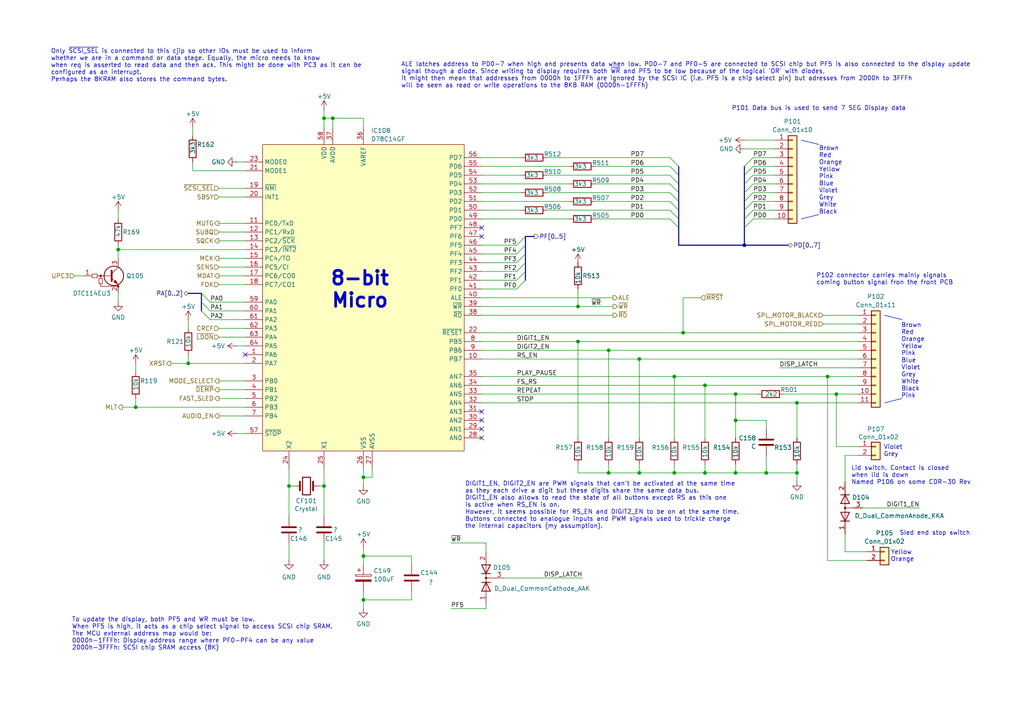
<source format=kicad_sch>
(kicad_sch (version 20231120) (generator "eeschema") (generator_version "8.0")
  (paper "A4")
  (title_block (title "PC-Engine CDR-30A (CD-ROM2) Schematics - MAIN PWR") (date "2024-07-19") (rev "0.2") (company "Author: Regis Galland"))
  (lib_symbols
    (symbol "Connector_Generic:Conn_01x02" (pin_names (offset 1.016) hide)
      (property "Reference" "J" (at 0 2.54 0))
      (property "Value" "Conn_01x02" (at 0 -5.08 0))
      (symbol "Conn_01x02_1_1"
        (rectangle (start -1.27 -2.413) (end 0 -2.667) (stroke (width 0.1524)))
        (rectangle (start -1.27 0.127) (end 0 -0.127) (stroke (width 0.1524)))
        (rectangle (start -1.27 1.27) (end 1.27 -3.81) (stroke (width 0.254)) (fill (type background)))
        (pin passive line (at -5.08 0 0) (length 3.81) (name "Pin_1") (number "1"))
        (pin passive line (at -5.08 -2.54 0) (length 3.81) (name "Pin_2") (number "2"))
      )
    )
    (symbol "Connector_Generic:Conn_01x10" (pin_names (offset 1.016) hide)
      (property "Reference" "J" (at 0 12.7 0))
      (property "Value" "Conn_01x10" (at 0 -15.24 0))
      (symbol "Conn_01x10_1_1"
        (rectangle (start -1.27 -12.573) (end 0 -12.827) (stroke (width 0.1524)))
        (rectangle (start -1.27 -10.033) (end 0 -10.287) (stroke (width 0.1524)))
        (rectangle (start -1.27 -7.493) (end 0 -7.747) (stroke (width 0.1524)))
        (rectangle (start -1.27 -4.953) (end 0 -5.207) (stroke (width 0.1524)))
        (rectangle (start -1.27 -2.413) (end 0 -2.667) (stroke (width 0.1524)))
        (rectangle (start -1.27 0.127) (end 0 -0.127) (stroke (width 0.1524)))
        (rectangle (start -1.27 2.667) (end 0 2.413) (stroke (width 0.1524)))
        (rectangle (start -1.27 5.207) (end 0 4.953) (stroke (width 0.1524)))
        (rectangle (start -1.27 7.747) (end 0 7.493) (stroke (width 0.1524)))
        (rectangle (start -1.27 10.287) (end 0 10.033) (stroke (width 0.1524)))
        (rectangle (start -1.27 11.43) (end 1.27 -13.97) (stroke (width 0.254)) (fill (type background)))
        (pin passive line (at -5.08 10.16 0) (length 3.81) (name "Pin_1") (number "1"))
        (pin passive line (at -5.08 -12.7 0) (length 3.81) (name "Pin_10") (number "10"))
        (pin passive line (at -5.08 7.62 0) (length 3.81) (name "Pin_2") (number "2"))
        (pin passive line (at -5.08 5.08 0) (length 3.81) (name "Pin_3") (number "3"))
        (pin passive line (at -5.08 2.54 0) (length 3.81) (name "Pin_4") (number "4"))
        (pin passive line (at -5.08 0 0) (length 3.81) (name "Pin_5") (number "5"))
        (pin passive line (at -5.08 -2.54 0) (length 3.81) (name "Pin_6") (number "6"))
        (pin passive line (at -5.08 -5.08 0) (length 3.81) (name "Pin_7") (number "7"))
        (pin passive line (at -5.08 -7.62 0) (length 3.81) (name "Pin_8") (number "8"))
        (pin passive line (at -5.08 -10.16 0) (length 3.81) (name "Pin_9") (number "9"))
      )
    )
    (symbol "Connector_Generic:Conn_01x11" (pin_names (offset 1.016) hide)
      (property "Reference" "J" (at 0 15.24 0))
      (property "Value" "Conn_01x11" (at 0 -15.24 0))
      (symbol "Conn_01x11_1_1"
        (rectangle (start -1.27 -12.573) (end 0 -12.827) (stroke (width 0.1524)))
        (rectangle (start -1.27 -10.033) (end 0 -10.287) (stroke (width 0.1524)))
        (rectangle (start -1.27 -7.493) (end 0 -7.747) (stroke (width 0.1524)))
        (rectangle (start -1.27 -4.953) (end 0 -5.207) (stroke (width 0.1524)))
        (rectangle (start -1.27 -2.413) (end 0 -2.667) (stroke (width 0.1524)))
        (rectangle (start -1.27 0.127) (end 0 -0.127) (stroke (width 0.1524)))
        (rectangle (start -1.27 2.667) (end 0 2.413) (stroke (width 0.1524)))
        (rectangle (start -1.27 5.207) (end 0 4.953) (stroke (width 0.1524)))
        (rectangle (start -1.27 7.747) (end 0 7.493) (stroke (width 0.1524)))
        (rectangle (start -1.27 10.287) (end 0 10.033) (stroke (width 0.1524)))
        (rectangle (start -1.27 12.827) (end 0 12.573) (stroke (width 0.1524)))
        (rectangle (start -1.27 13.97) (end 1.27 -13.97) (stroke (width 0.254)) (fill (type background)))
        (pin passive line (at -5.08 12.7 0) (length 3.81) (name "Pin_1") (number "1"))
        (pin passive line (at -5.08 -10.16 0) (length 3.81) (name "Pin_10") (number "10"))
        (pin passive line (at -5.08 -12.7 0) (length 3.81) (name "Pin_11") (number "11"))
        (pin passive line (at -5.08 10.16 0) (length 3.81) (name "Pin_2") (number "2"))
        (pin passive line (at -5.08 7.62 0) (length 3.81) (name "Pin_3") (number "3"))
        (pin passive line (at -5.08 5.08 0) (length 3.81) (name "Pin_4") (number "4"))
        (pin passive line (at -5.08 2.54 0) (length 3.81) (name "Pin_5") (number "5"))
        (pin passive line (at -5.08 0 0) (length 3.81) (name "Pin_6") (number "6"))
        (pin passive line (at -5.08 -2.54 0) (length 3.81) (name "Pin_7") (number "7"))
        (pin passive line (at -5.08 -5.08 0) (length 3.81) (name "Pin_8") (number "8"))
        (pin passive line (at -5.08 -7.62 0) (length 3.81) (name "Pin_9") (number "9"))
      )
    )
    (symbol "D78C14GF_1"
      (property "Reference" "IC108" (at 16.1641 44.6575 0))
      (property "Value" "D78C14GF" (at 16.1641 42.2332 0))
      (symbol "D78C14GF_1_1_1"
        (rectangle (start -29.21 40.64) (end 29.21 -48.26) (fill (type background)))
        (pin passive line (at -34.29 -20.32 0) (length 5.08) (name "PA6") (number "1"))
        (pin passive line (at 34.29 -21.59 180) (length 5.08) (name "PB7") (number "10"))
        (pin passive line (at -34.29 17.78 0) (length 5.08) (name "PC0/TxD") (number "11"))
        (pin passive line (at -34.29 15.24 0) (length 5.08) (name "PC1/RxD") (number "12"))
        (pin passive line (at -34.29 12.7 0) (length 5.08) (name "PC2/~{SCK}") (number "13"))
        (pin passive line (at -34.29 10.16 0) (length 5.08) (name "PC3/~{INT2}") (number "14"))
        (pin passive line (at -34.29 7.62 0) (length 5.08) (name "PC4/TO") (number "15"))
        (pin passive line (at -34.29 5.08 0) (length 5.08) (name "PC5/CI") (number "16"))
        (pin passive line (at -34.29 2.54 0) (length 5.08) (name "PC6/CO0") (number "17"))
        (pin passive line (at -34.29 0 0) (length 5.08) (name "PC7/CO1") (number "18"))
        (pin passive line (at -34.29 27.94 0) (length 5.08) (name "~{NMI}") (number "19"))
        (pin passive line (at -34.29 -22.86 0) (length 5.08) (name "PA7") (number "2"))
        (pin passive line (at -34.29 25.4 0) (length 5.08) (name "INT1") (number "20"))
        (pin passive line (at -34.29 33.02 0) (length 5.08) (name "MODE1") (number "21"))
        (pin passive line (at 34.29 -13.97 180) (length 5.08) (name "~{RESET}") (number "22"))
        (pin passive line (at -34.29 35.56 0) (length 5.08) (name "MODE0") (number "23"))
        (pin passive line (at -21.59 -53.34 90) (length 5.08) (name "X2") (number "24"))
        (pin passive line (at -11.43 -53.34 90) (length 5.08) (name "X1") (number "25"))
        (pin passive line (at 0 -53.34 90) (length 5.08) (name "VSS") (number "26"))
        (pin passive line (at 2.54 -53.34 90) (length 5.08) (name "AVSS") (number "27"))
        (pin passive line (at 34.29 -44.45 180) (length 5.08) (name "AN0") (number "28"))
        (pin passive line (at 34.29 -41.91 180) (length 5.08) (name "AN1") (number "29"))
        (pin passive line (at -34.29 -27.94 0) (length 5.08) (name "PB0") (number "3"))
        (pin passive line (at 34.29 -39.37 180) (length 5.08) (name "AN2") (number "30"))
        (pin passive line (at 34.29 -36.83 180) (length 5.08) (name "AN3") (number "31"))
        (pin passive line (at 34.29 -34.29 180) (length 5.08) (name "AN4") (number "32"))
        (pin passive line (at 34.29 -31.75 180) (length 5.08) (name "AN5") (number "33"))
        (pin passive line (at 34.29 -29.21 180) (length 5.08) (name "AN6") (number "34"))
        (pin passive line (at 34.29 -26.67 180) (length 5.08) (name "AN7") (number "35"))
        (pin passive line (at 0 45.72 270) (length 5.08) (name "VAREF") (number "36"))
        (pin passive line (at -8.89 45.72 270) (length 5.08) (name "AVDD") (number "37"))
        (pin passive line (at 34.29 -8.89 180) (length 5.08) (name "~{RD}") (number "38"))
        (pin passive line (at 34.29 -6.35 180) (length 5.08) (name "~{WR}") (number "39"))
        (pin passive line (at -34.29 -30.48 0) (length 5.08) (name "PB1") (number "4"))
        (pin passive line (at 34.29 -3.81 180) (length 5.08) (name "ALE") (number "40"))
        (pin passive line (at 34.29 -1.27 180) (length 5.08) (name "PF0") (number "41"))
        (pin passive line (at 34.29 1.27 180) (length 5.08) (name "PF1") (number "42"))
        (pin passive line (at 34.29 3.81 180) (length 5.08) (name "PF2") (number "43"))
        (pin passive line (at 34.29 6.35 180) (length 5.08) (name "PF3") (number "44"))
        (pin passive line (at 34.29 8.89 180) (length 5.08) (name "PF4") (number "45"))
        (pin passive line (at 34.29 11.43 180) (length 5.08) (name "PF5") (number "46"))
        (pin passive line (at 34.29 13.97 180) (length 5.08) (name "PF6") (number "47"))
        (pin passive line (at 34.29 16.51 180) (length 5.08) (name "PF7") (number "48"))
        (pin passive line (at 34.29 19.05 180) (length 5.08) (name "PD0") (number "49"))
        (pin passive line (at -34.29 -33.02 0) (length 5.08) (name "PB2") (number "5"))
        (pin passive line (at 34.29 21.59 180) (length 5.08) (name "PD1") (number "50"))
        (pin passive line (at 34.29 24.13 180) (length 5.08) (name "PD2") (number "51"))
        (pin passive line (at 34.29 26.67 180) (length 5.08) (name "PD3") (number "52"))
        (pin passive line (at 34.29 29.21 180) (length 5.08) (name "PD4") (number "53"))
        (pin passive line (at 34.29 31.75 180) (length 5.08) (name "PD5") (number "54"))
        (pin passive line (at 34.29 34.29 180) (length 5.08) (name "PD6") (number "55"))
        (pin passive line (at 34.29 36.83 180) (length 5.08) (name "PD7") (number "56"))
        (pin passive line (at -34.29 -43.18 0) (length 5.08) (name "~{STOP}") (number "57"))
        (pin passive line (at -11.43 45.72 270) (length 5.08) (name "VDD") (number "58"))
        (pin passive line (at -34.29 -5.08 0) (length 5.08) (name "PA0") (number "59"))
        (pin passive line (at -34.29 -35.56 0) (length 5.08) (name "PB3") (number "6"))
        (pin passive line (at -34.29 -7.62 0) (length 5.08) (name "PA1") (number "60"))
        (pin passive line (at -34.29 -10.16 0) (length 5.08) (name "PA2") (number "61"))
        (pin passive line (at -34.29 -12.7 0) (length 5.08) (name "PA3") (number "62"))
        (pin passive line (at -34.29 -15.24 0) (length 5.08) (name "PA4") (number "63"))
        (pin passive line (at -34.29 -17.78 0) (length 5.08) (name "PA5") (number "64"))
        (pin passive line (at -34.29 -38.1 0) (length 5.08) (name "PB4") (number "7"))
        (pin passive line (at 34.29 -16.51 180) (length 5.08) (name "PB5") (number "8"))
        (pin passive line (at 34.29 -19.05 180) (length 5.08) (name "PB6") (number "9"))
      )
    )
    (symbol "Device:C" (pin_numbers hide) (pin_names (offset 0.254))
      (property "Reference" "C" (at 0.635 2.54 0))
      (property "Value" "C" (at 0.635 -2.54 0))
      (symbol "C_0_1"
        (polyline (pts (xy -2.032 -0.762) (xy 2.032 -0.762)) (stroke (width 0.508)))
        (polyline (pts (xy -2.032 0.762) (xy 2.032 0.762)) (stroke (width 0.508)))
      )
      (symbol "C_1_1"
        (pin passive line (at 0 3.81 270) (length 2.794) (name "~") (number "1"))
        (pin passive line (at 0 -3.81 90) (length 2.794) (name "~") (number "2"))
      )
    )
    (symbol "Device:C_Polarized" (pin_numbers hide) (pin_names (offset 0.254))
      (property "Reference" "C" (at 0.635 2.54 0))
      (property "Value" "C_Polarized" (at 0.635 -2.54 0))
      (symbol "C_Polarized_0_1"
        (rectangle (start -2.286 0.508) (end 2.286 1.016))
        (polyline (pts (xy -1.778 2.286) (xy -0.762 2.286)))
        (polyline (pts (xy -1.27 2.794) (xy -1.27 1.778)))
        (rectangle (start 2.286 -0.508) (end -2.286 -1.016) (fill (type outline)))
      )
      (symbol "C_Polarized_1_1"
        (pin passive line (at 0 3.81 270) (length 2.794) (name "~") (number "1"))
        (pin passive line (at 0 -3.81 90) (length 2.794) (name "~") (number "2"))
      )
    )
    (symbol "Device:Crystal" (pin_numbers hide) (pin_names (offset 1.016) hide)
      (property "Reference" "Y" (at 0 3.81 0))
      (property "Value" "Crystal" (at 0 -3.81 0))
      (symbol "Crystal_0_1"
        (rectangle (start -1.143 2.54) (end 1.143 -2.54) (stroke (width 0.3048)))
        (polyline (pts (xy -2.54 0) (xy -1.905 0)))
        (polyline (pts (xy -1.905 -1.27) (xy -1.905 1.27)) (stroke (width 0.508)))
        (polyline (pts (xy 1.905 -1.27) (xy 1.905 1.27)) (stroke (width 0.508)))
        (polyline (pts (xy 2.54 0) (xy 1.905 0)))
      )
      (symbol "Crystal_1_1"
        (pin passive line (at -3.81 0 0) (length 1.27) (name "1") (number "1"))
        (pin passive line (at 3.81 0 180) (length 1.27) (name "2") (number "2"))
      )
    )
    (symbol "Device:D_Dual_CommonAnode_KKA" (pin_names (offset 0.762) hide)
      (property "Reference" "D" (at 1.27 -2.54 0))
      (property "Value" "D_Dual_CommonAnode_KKA" (at 0 2.54 0))
      (symbol "D_Dual_CommonAnode_KKA_0_1"
        (polyline (pts (xy -3.81 0) (xy 3.81 0)))
        (polyline (pts (xy 0 0) (xy 0 -2.54)))
        (polyline (pts (xy -3.81 1.27) (xy -3.81 -1.27) (xy -3.81 -1.27)) (stroke (width 0.254)))
        (polyline (pts (xy 3.81 1.27) (xy 3.81 -1.27) (xy 3.81 -1.27)) (stroke (width 0.254)))
        (polyline (pts (xy -1.27 -1.27) (xy -3.81 0) (xy -1.27 1.27) (xy -1.27 -1.27) (xy -1.27 -1.27) (xy -1.27 -1.27)) (stroke (width 0.254)))
        (polyline (pts (xy 1.27 1.27) (xy 3.81 0) (xy 1.27 -1.27) (xy 1.27 1.27) (xy 1.27 1.27) (xy 1.27 1.27)) (stroke (width 0.254)))
        (circle (center 0 0) (radius 0.254) (fill (type outline)))
        (pin passive line (at -7.62 0 0) (length 3.81) (name "K") (number "1"))
        (pin passive line (at 7.62 0 180) (length 3.81) (name "K") (number "2"))
        (pin passive line (at 0 -5.08 90) (length 2.54) (name "A") (number "3"))
      )
    )
    (symbol "Device:D_Dual_CommonCathode_AAK" (pin_names (offset 0.762) hide)
      (property "Reference" "D" (at 1.27 -2.54 0))
      (property "Value" "D_Dual_CommonCathode_AAK" (at 0 2.54 0))
      (symbol "D_Dual_CommonCathode_AAK_0_1"
        (polyline (pts (xy -3.81 0) (xy 3.81 0)))
        (polyline (pts (xy 0 0) (xy 0 -2.54)))
        (polyline (pts (xy -1.27 -1.27) (xy -1.27 1.27) (xy -1.27 1.27)) (stroke (width 0.254)))
        (polyline (pts (xy 1.27 -1.27) (xy 1.27 1.27) (xy 1.27 1.27)) (stroke (width 0.254)))
        (polyline (pts (xy -3.81 1.27) (xy -1.27 0) (xy -3.81 -1.27) (xy -3.81 1.27) (xy -3.81 1.27) (xy -3.81 1.27)) (stroke (width 0.254)))
        (polyline (pts (xy 3.81 -1.27) (xy 1.27 0) (xy 3.81 1.27) (xy 3.81 -1.27) (xy 3.81 -1.27) (xy 3.81 -1.27)) (stroke (width 0.254)))
        (circle (center 0 0) (radius 0.254) (fill (type outline)))
        (pin passive line (at -7.62 0 0) (length 3.81) (name "A") (number "1"))
        (pin passive line (at 7.62 0 180) (length 3.81) (name "A") (number "2"))
        (pin passive line (at 0 -5.08 90) (length 2.54) (name "K") (number "3"))
      )
    )
    (symbol "Device:R" (pin_numbers hide) (pin_names (offset 0))
      (property "Reference" "R" (at 2.032 0 90))
      (property "Value" "R" (at 0 0 90))
      (symbol "R_0_1"
        (rectangle (start -1.016 -2.54) (end 1.016 2.54) (stroke (width 0.254)))
      )
      (symbol "R_1_1"
        (pin passive line (at 0 3.81 270) (length 1.27) (name "~") (number "1"))
        (pin passive line (at 0 -3.81 90) (length 1.27) (name "~") (number "2"))
      )
    )
    (symbol "PC-Engine_CDR-30:DTC114EU3" (pin_names hide)
      (property "Reference" "Q" (at 3.81 1.27 0))
      (property "Value" "DTC114EU3" (at 3.81 -1.27 0))
      (symbol "DTC114EU3_0_1"
        (rectangle (start -6.35 0.508) (end -4.826 -0.508))
        (rectangle (start -4.318 -2.286) (end -3.302 -0.762))
        (circle (center -3.81 0) (radius 0.254) (fill (type outline)))
        (polyline (pts (xy -3.81 -0.762) (xy -3.81 0)))
        (polyline (pts (xy -0.762 0) (xy -4.826 0)))
        (polyline (pts (xy -0.635 1.524) (xy -0.635 -1.524)) (stroke (width 0.508)))
        (polyline (pts (xy -3.81 -2.286) (xy -3.81 -3.048) (xy 1.27 -3.048)))
        (circle (center 1.27 -3.048) (radius 0.254) (fill (type outline)))
      )
      (symbol "DTC114EU3_1_1"
        (polyline (pts (xy -0.635 0.635) (xy 1.27 2.54)))
        (polyline (pts (xy -0.635 -0.635) (xy 1.27 -2.54) (xy 1.27 -2.54)))
        (polyline (pts (xy 0 -1.778) (xy 0.508 -1.27) (xy 1.016 -2.286) (xy 0 -1.778) (xy 0 -1.778)) (fill (type outline)))
        (circle (center 0 0) (radius 2.8194) (stroke (width 0.254)))
        (pin input line (at -8.89 0 0) (length 2.54) (name "B") (number "1"))
        (pin passive line (at 1.27 -5.08 90) (length 2.54) (name "E") (number "2"))
        (pin passive line (at 1.27 5.08 270) (length 2.54) (name "C") (number "3"))
      )
    )
    (symbol "power:+5V" (power) (pin_numbers hide) (pin_names (offset 0) hide)
      (property "Value" "+5V" (at 0 3.556 0))
      (symbol "+5V_0_1"
        (polyline (pts (xy -0.762 1.27) (xy 0 2.54)))
        (polyline (pts (xy 0 0) (xy 0 2.54)))
        (polyline (pts (xy 0 2.54) (xy 0.762 1.27)))
      )
      (symbol "+5V_1_1"
        (pin power_in line (at 0 0 90) (length 0) (name "~") (number "1"))
      )
    )
    (symbol "power:GND" (power) (pin_numbers hide) (pin_names (offset 0) hide)
      (property "Value" "GND" (at 0 -3.81 0))
      (symbol "GND_0_1"
        (polyline (pts (xy 0 0) (xy 0 -1.27) (xy 1.27 -1.27) (xy 0 -2.54) (xy -1.27 -1.27) (xy 0 -1.27)))
      )
      (symbol "GND_1_1"
        (pin power_in line (at 0 0 270) (length 0) (name "~") (number "1"))
      )
    )
  )
  (junction (at 105.41 161.29))
  (junction (at 231.14 137.16))
  (junction (at 93.98 140.97))
  (junction (at 93.98 34.29))
  (junction (at 105.41 173.99))
  (junction (at 34.29 72.39))
  (junction (at 204.47 111.76))
  (junction (at 204.47 137.16))
  (junction (at 105.41 138.43))
  (junction (at 198.12 96.52))
  (junction (at 231.14 116.84))
  (junction (at 39.37 118.11))
  (junction (at 240.03 109.22))
  (junction (at 242.57 114.3))
  (junction (at 167.64 99.06))
  (junction (at 176.53 137.16))
  (junction (at 213.36 137.16))
  (junction (at 195.58 137.16))
  (junction (at 185.42 104.14))
  (junction (at 167.64 88.9))
  (junction (at 215.9 71.12))
  (junction (at 222.25 137.16))
  (junction (at 54.61 105.41))
  (junction (at 96.52 34.29))
  (junction (at 195.58 109.22))
  (junction (at 176.53 101.6))
  (junction (at 185.42 137.16))
  (junction (at 213.36 121.92))
  (junction (at 83.82 140.97))
  (junction (at 213.36 114.3))
  (no_connect (at 139.7 68.58))
  (no_connect (at 139.7 119.38))
  (no_connect (at 139.7 66.04))
  (no_connect (at 139.7 121.92))
  (no_connect (at 71.12 102.87))
  (no_connect (at 139.7 124.46))
  (no_connect (at 139.7 127))
  (bus_entry (at 196.85 55.88) (size -2.54 -2.54))
  (bus_entry (at 196.85 58.42) (size -2.54 -2.54))
  (bus_entry (at 149.86 83.82) (size 2.54 -2.54))
  (bus_entry (at 196.85 48.26) (size -2.54 -2.54))
  (bus_entry (at 218.44 58.42) (size -2.54 2.54))
  (bus_entry (at 218.44 45.72) (size -2.54 2.54))
  (bus_entry (at 149.86 73.66) (size 2.54 -2.54))
  (bus_entry (at 196.85 60.96) (size -2.54 -2.54))
  (bus_entry (at 58.42 90.17) (size 2.54 2.54))
  (bus_entry (at 218.44 48.26) (size -2.54 2.54))
  (bus_entry (at 58.42 85.09) (size 2.54 2.54))
  (bus_entry (at 196.85 50.8) (size -2.54 -2.54))
  (bus_entry (at 149.86 71.12) (size 2.54 -2.54))
  (bus_entry (at 218.44 53.34) (size -2.54 2.54))
  (bus_entry (at 58.42 87.63) (size 2.54 2.54))
  (bus_entry (at 218.44 55.88) (size -2.54 2.54))
  (bus_entry (at 196.85 66.04) (size -2.54 -2.54))
  (bus_entry (at 218.44 60.96) (size -2.54 2.54))
  (bus_entry (at 149.86 78.74) (size 2.54 -2.54))
  (bus_entry (at 149.86 76.2) (size 2.54 -2.54))
  (bus_entry (at 149.86 81.28) (size 2.54 -2.54))
  (bus_entry (at 218.44 50.8) (size -2.54 2.54))
  (bus_entry (at 196.85 53.34) (size -2.54 -2.54))
  (bus_entry (at 196.85 63.5) (size -2.54 -2.54))
  (bus_entry (at 218.44 63.5) (size -2.54 2.54))
  (wire (pts (xy 224.79 43.18) (xy 215.9 43.18)))
  (wire (pts (xy 139.7 50.8) (xy 151.13 50.8)))
  (wire (pts (xy 140.97 157.48) (xy 140.97 160.02)))
  (wire (pts (xy 195.58 134.62) (xy 195.58 137.16)))
  (wire (pts (xy 34.29 60.96) (xy 34.29 63.5)))
  (wire (pts (xy 63.5 115.57) (xy 71.12 115.57)))
  (wire (pts (xy 63.5 77.47) (xy 71.12 77.47)))
  (wire (pts (xy 105.41 161.29) (xy 105.41 163.83)))
  (bus (pts (xy 215.9 58.42) (xy 215.9 60.96)))
  (bus (pts (xy 54.61 85.09) (xy 58.42 85.09)))
  (wire (pts (xy 39.37 115.57) (xy 39.37 118.11)))
  (wire (pts (xy 139.7 91.44) (xy 177.8 91.44)))
  (wire (pts (xy 185.42 104.14) (xy 185.42 127)))
  (wire (pts (xy 242.57 114.3) (xy 248.92 114.3)))
  (wire (pts (xy 139.7 55.88) (xy 151.13 55.88)))
  (wire (pts (xy 105.41 161.29) (xy 119.38 161.29)))
  (wire (pts (xy 63.5 110.49) (xy 71.12 110.49)))
  (wire (pts (xy 213.36 114.3) (xy 213.36 121.92)))
  (wire (pts (xy 71.12 67.31) (xy 63.5 67.31)))
  (bus (pts (xy 215.9 50.8) (xy 215.9 53.34)))
  (wire (pts (xy 176.53 134.62) (xy 176.53 137.16)))
  (wire (pts (xy 231.14 116.84) (xy 248.92 116.84)))
  (polyline (pts (xy 256.54 116.84) (xy 261.62 115.57)))
  (wire (pts (xy 54.61 102.87) (xy 54.61 105.41)))
  (bus (pts (xy 215.9 60.96) (xy 215.9 63.5)))
  (wire (pts (xy 34.29 87.63) (xy 34.29 85.09)))
  (wire (pts (xy 204.47 111.76) (xy 248.92 111.76)))
  (wire (pts (xy 251.46 160.02) (xy 245.11 160.02)))
  (wire (pts (xy 119.38 161.29) (xy 119.38 163.83)))
  (wire (pts (xy 240.03 109.22) (xy 248.92 109.22)))
  (wire (pts (xy 55.88 46.99) (xy 55.88 49.53)))
  (wire (pts (xy 139.7 99.06) (xy 167.64 99.06)))
  (wire (pts (xy 168.91 167.64) (xy 146.05 167.64)))
  (wire (pts (xy 63.5 97.79) (xy 71.12 97.79)))
  (bus (pts (xy 196.85 58.42) (xy 196.85 55.88)))
  (wire (pts (xy 238.76 93.98) (xy 248.92 93.98)))
  (wire (pts (xy 105.41 138.43) (xy 105.41 140.97)))
  (wire (pts (xy 139.7 116.84) (xy 231.14 116.84)))
  (wire (pts (xy 218.44 45.72) (xy 224.79 45.72)))
  (wire (pts (xy 167.64 134.62) (xy 167.64 137.16)))
  (wire (pts (xy 55.88 36.83) (xy 55.88 39.37)))
  (wire (pts (xy 139.7 45.72) (xy 151.13 45.72)))
  (wire (pts (xy 130.81 176.53) (xy 140.97 176.53)))
  (bus (pts (xy 196.85 50.8) (xy 196.85 53.34)))
  (wire (pts (xy 198.12 96.52) (xy 248.92 96.52)))
  (wire (pts (xy 130.81 157.48) (xy 140.97 157.48)))
  (wire (pts (xy 242.57 114.3) (xy 227.33 114.3)))
  (wire (pts (xy 63.5 120.65) (xy 71.12 120.65)))
  (wire (pts (xy 139.7 86.36) (xy 177.8 86.36)))
  (wire (pts (xy 185.42 134.62) (xy 185.42 137.16)))
  (wire (pts (xy 68.58 125.73) (xy 71.12 125.73)))
  (polyline (pts (xy 256.54 91.44) (xy 261.62 92.71)))
  (wire (pts (xy 213.36 134.62) (xy 213.36 137.16)))
  (wire (pts (xy 83.82 135.89) (xy 83.82 140.97)))
  (bus (pts (xy 215.9 48.26) (xy 215.9 50.8)))
  (wire (pts (xy 218.44 63.5) (xy 224.79 63.5)))
  (wire (pts (xy 60.96 90.17) (xy 71.12 90.17)))
  (wire (pts (xy 49.53 105.41) (xy 54.61 105.41)))
  (wire (pts (xy 231.14 134.62) (xy 231.14 137.16)))
  (wire (pts (xy 39.37 105.41) (xy 39.37 107.95)))
  (wire (pts (xy 248.92 129.54) (xy 242.57 129.54)))
  (bus (pts (xy 58.42 87.63) (xy 58.42 85.09)))
  (wire (pts (xy 139.7 58.42) (xy 165.1 58.42)))
  (wire (pts (xy 139.7 81.28) (xy 149.86 81.28)))
  (wire (pts (xy 139.7 88.9) (xy 167.64 88.9)))
  (wire (pts (xy 176.53 137.16) (xy 185.42 137.16)))
  (wire (pts (xy 139.7 53.34) (xy 165.1 53.34)))
  (wire (pts (xy 139.7 48.26) (xy 165.1 48.26)))
  (wire (pts (xy 218.44 58.42) (xy 224.79 58.42)))
  (wire (pts (xy 245.11 139.7) (xy 245.11 132.08)))
  (wire (pts (xy 139.7 78.74) (xy 149.86 78.74)))
  (wire (pts (xy 172.72 63.5) (xy 194.31 63.5)))
  (wire (pts (xy 139.7 111.76) (xy 204.47 111.76)))
  (wire (pts (xy 185.42 104.14) (xy 248.92 104.14)))
  (wire (pts (xy 139.7 60.96) (xy 151.13 60.96)))
  (wire (pts (xy 139.7 71.12) (xy 149.86 71.12)))
  (bus (pts (xy 152.4 78.74) (xy 152.4 81.28)))
  (bus (pts (xy 215.9 53.34) (xy 215.9 55.88)))
  (wire (pts (xy 213.36 137.16) (xy 204.47 137.16)))
  (wire (pts (xy 251.46 162.56) (xy 240.03 162.56)))
  (bus (pts (xy 215.9 66.04) (xy 215.9 71.12)))
  (wire (pts (xy 218.44 50.8) (xy 224.79 50.8)))
  (wire (pts (xy 55.88 49.53) (xy 71.12 49.53)))
  (wire (pts (xy 245.11 132.08) (xy 248.92 132.08)))
  (wire (pts (xy 231.14 116.84) (xy 231.14 127)))
  (wire (pts (xy 240.03 109.22) (xy 240.03 162.56)))
  (bus (pts (xy 152.4 76.2) (xy 152.4 78.74)))
  (bus (pts (xy 196.85 60.96) (xy 196.85 58.42)))
  (wire (pts (xy 68.58 46.99) (xy 71.12 46.99)))
  (wire (pts (xy 63.5 74.93) (xy 71.12 74.93)))
  (wire (pts (xy 195.58 109.22) (xy 240.03 109.22)))
  (polyline (pts (xy 232.41 63.5) (xy 237.49 62.23)))
  (wire (pts (xy 167.64 137.16) (xy 176.53 137.16)))
  (wire (pts (xy 63.5 54.61) (xy 71.12 54.61)))
  (bus (pts (xy 196.85 66.04) (xy 196.85 63.5)))
  (bus (pts (xy 196.85 71.12) (xy 196.85 66.04)))
  (wire (pts (xy 83.82 140.97) (xy 83.82 149.86)))
  (wire (pts (xy 105.41 171.45) (xy 105.41 173.99)))
  (wire (pts (xy 96.52 34.29) (xy 96.52 36.83)))
  (wire (pts (xy 195.58 137.16) (xy 185.42 137.16)))
  (wire (pts (xy 139.7 104.14) (xy 185.42 104.14)))
  (wire (pts (xy 139.7 76.2) (xy 149.86 76.2)))
  (wire (pts (xy 218.44 55.88) (xy 224.79 55.88)))
  (wire (pts (xy 222.25 132.08) (xy 222.25 137.16)))
  (wire (pts (xy 158.75 60.96) (xy 194.31 60.96)))
  (wire (pts (xy 203.2 86.36) (xy 198.12 86.36)))
  (bus (pts (xy 196.85 50.8) (xy 196.85 48.26)))
  (wire (pts (xy 139.7 109.22) (xy 195.58 109.22)))
  (wire (pts (xy 83.82 140.97) (xy 85.09 140.97)))
  (wire (pts (xy 139.7 96.52) (xy 198.12 96.52)))
  (wire (pts (xy 167.64 99.06) (xy 167.64 127)))
  (bus (pts (xy 196.85 63.5) (xy 196.85 60.96)))
  (wire (pts (xy 105.41 176.53) (xy 105.41 173.99)))
  (wire (pts (xy 167.64 83.82) (xy 167.64 88.9)))
  (wire (pts (xy 105.41 135.89) (xy 105.41 138.43)))
  (wire (pts (xy 34.29 72.39) (xy 34.29 74.93)))
  (wire (pts (xy 158.75 50.8) (xy 194.31 50.8)))
  (wire (pts (xy 226.06 106.68) (xy 248.92 106.68)))
  (wire (pts (xy 213.36 121.92) (xy 213.36 127)))
  (bus (pts (xy 215.9 55.88) (xy 215.9 58.42)))
  (wire (pts (xy 218.44 60.96) (xy 224.79 60.96)))
  (wire (pts (xy 105.41 138.43) (xy 107.95 138.43)))
  (wire (pts (xy 213.36 137.16) (xy 222.25 137.16)))
  (wire (pts (xy 172.72 53.34) (xy 194.31 53.34)))
  (wire (pts (xy 158.75 55.88) (xy 194.31 55.88)))
  (wire (pts (xy 139.7 83.82) (xy 149.86 83.82)))
  (wire (pts (xy 222.25 137.16) (xy 231.14 137.16)))
  (wire (pts (xy 218.44 48.26) (xy 224.79 48.26)))
  (wire (pts (xy 195.58 127) (xy 195.58 109.22)))
  (wire (pts (xy 63.5 80.01) (xy 71.12 80.01)))
  (wire (pts (xy 198.12 86.36) (xy 198.12 96.52)))
  (wire (pts (xy 93.98 140.97) (xy 93.98 149.86)))
  (wire (pts (xy 139.7 101.6) (xy 176.53 101.6)))
  (wire (pts (xy 93.98 140.97) (xy 93.98 135.89)))
  (bus (pts (xy 152.4 71.12) (xy 152.4 73.66)))
  (bus (pts (xy 196.85 71.12) (xy 215.9 71.12)))
  (wire (pts (xy 105.41 158.75) (xy 105.41 161.29)))
  (wire (pts (xy 54.61 92.71) (xy 54.61 95.25)))
  (polyline (pts (xy 232.41 40.64) (xy 237.49 41.91)))
  (wire (pts (xy 93.98 34.29) (xy 96.52 34.29)))
  (wire (pts (xy 105.41 34.29) (xy 96.52 34.29)))
  (wire (pts (xy 266.7 147.32) (xy 250.19 147.32)))
  (wire (pts (xy 139.7 114.3) (xy 213.36 114.3)))
  (wire (pts (xy 71.12 113.03) (xy 63.5 113.03)))
  (bus (pts (xy 215.9 71.12) (xy 228.6 71.12)))
  (bus (pts (xy 58.42 90.17) (xy 58.42 87.63)))
  (bus (pts (xy 152.4 68.58) (xy 152.4 71.12)))
  (wire (pts (xy 231.14 137.16) (xy 231.14 139.7)))
  (bus (pts (xy 215.9 63.5) (xy 215.9 66.04)))
  (wire (pts (xy 172.72 58.42) (xy 194.31 58.42)))
  (wire (pts (xy 83.82 162.56) (xy 83.82 157.48)))
  (wire (pts (xy 158.75 45.72) (xy 194.31 45.72)))
  (wire (pts (xy 176.53 101.6) (xy 176.53 127)))
  (bus (pts (xy 152.4 68.58) (xy 154.94 68.58)))
  (wire (pts (xy 245.11 160.02) (xy 245.11 154.94)))
  (wire (pts (xy 63.5 57.15) (xy 71.12 57.15)))
  (wire (pts (xy 34.29 71.12) (xy 34.29 72.39)))
  (wire (pts (xy 140.97 176.53) (xy 140.97 175.26)))
  (wire (pts (xy 218.44 53.34) (xy 224.79 53.34)))
  (wire (pts (xy 167.64 88.9) (xy 177.8 88.9)))
  (wire (pts (xy 224.79 40.64) (xy 215.9 40.64)))
  (bus (pts (xy 196.85 55.88) (xy 196.85 53.34)))
  (wire (pts (xy 172.72 48.26) (xy 194.31 48.26)))
  (wire (pts (xy 139.7 73.66) (xy 149.86 73.66)))
  (wire (pts (xy 107.95 138.43) (xy 107.95 135.89)))
  (wire (pts (xy 213.36 114.3) (xy 219.71 114.3)))
  (wire (pts (xy 204.47 127) (xy 204.47 111.76)))
  (wire (pts (xy 35.56 118.11) (xy 39.37 118.11)))
  (wire (pts (xy 60.96 92.71) (xy 71.12 92.71)))
  (wire (pts (xy 204.47 137.16) (xy 195.58 137.16)))
  (wire (pts (xy 105.41 36.83) (xy 105.41 34.29)))
  (wire (pts (xy 63.5 95.25) (xy 71.12 95.25)))
  (wire (pts (xy 204.47 134.62) (xy 204.47 137.16)))
  (wire (pts (xy 93.98 36.83) (xy 93.98 34.29)))
  (wire (pts (xy 68.58 100.33) (xy 71.12 100.33)))
  (wire (pts (xy 167.64 99.06) (xy 248.92 99.06)))
  (wire (pts (xy 93.98 140.97) (xy 92.71 140.97)))
  (wire (pts (xy 119.38 171.45) (xy 119.38 173.99)))
  (wire (pts (xy 222.25 121.92) (xy 213.36 121.92)))
  (wire (pts (xy 139.7 63.5) (xy 165.1 63.5)))
  (wire (pts (xy 63.5 82.55) (xy 71.12 82.55)))
  (wire (pts (xy 242.57 129.54) (xy 242.57 114.3)))
  (bus (pts (xy 152.4 73.66) (xy 152.4 76.2)))
  (wire (pts (xy 71.12 64.77) (xy 63.5 64.77)))
  (wire (pts (xy 21.59 80.01) (xy 24.13 80.01)))
  (wire (pts (xy 34.29 72.39) (xy 71.12 72.39)))
  (wire (pts (xy 60.96 87.63) (xy 71.12 87.63)))
  (wire (pts (xy 176.53 101.6) (xy 248.92 101.6)))
  (wire (pts (xy 39.37 118.11) (xy 71.12 118.11)))
  (wire (pts (xy 105.41 173.99) (xy 119.38 173.99)))
  (wire (pts (xy 248.92 91.44) (xy 238.76 91.44)))
  (wire (pts (xy 93.98 31.75) (xy 93.98 34.29)))
  (wire (pts (xy 54.61 105.41) (xy 71.12 105.41)))
  (wire (pts (xy 93.98 162.56) (xy 93.98 157.48)))
  (wire (pts (xy 222.25 121.92) (xy 222.25 124.46)))
  (wire (pts (xy 71.12 69.85) (xy 63.5 69.85)))
  (text "Lid switch. Contact is closed\nwhen lid is down\nNamed P106 on some CDR-30 Rev" (at 246.888 137.922 0) (effects (font (size 1.27 1.27)) (justify left)))
  (text "Brown\nRed\nOrange\nYellow\nPink\nBlue\nViolet\nGrey\nWhite\nBlack" (at 237.49 52.324 0) (effects (font (size 1.27 1.27)) (justify left)))
  (text "8-bit\nMicro" (at 104.394 84.074 0) (effects (font (size 4 4) (thickness 0.8) (bold yes))))
  (text "P102 connector carries mainly signals\ncoming button signal fron the front PCB" (at 236.728 81.026 0) (effects (font (size 1.27 1.27)) (justify left)))
  (text "ALE latches address to PD0-7 when high and presents data when low. PD0-7 and PF0-5 are connected to SCSI chip but PF5 is also connected to the display update \nsignal though a diode. Since writing to display requires both ~{WR} and PF5 to be low because of the logical 'OR' with diodes,\nit might then mean that addresses from 0000h to 1FFFh are ignored by the SCSI IC (i.e. PF5 is a chip select pin) but adresses from 2000h to 3FFFh\nwill be seen as read or write operations to the 8KB RAM (0000h-1FFFh)  " (at 116.332 21.844 0) (effects (font (size 1.27 1.27)) (justify left)))
  (text "DIGIT1_EN, DIGIT2_EN are PWM signals that can't be activated at the same time\nas they each drive a digit but these digits share the same data bus.\nDIGIT1_EN also allows to read the state of all buttons except RS as this one\nis active when RS_EN is on. \nHowever, it seems possible for RS_EN and DIGIT2_EN to be on at the same time.\nButtons connected to analogue inputs and PWM signals used to trickle charge\nthe internal capacitors (my assumption)." (at 134.874 146.558 0) (effects (font (size 1.27 1.27)) (justify left)))
  (text "Brown\nRed\nOrange\nYellow\nPink\nBlue\nViolet\nGrey\nWhite\nBlack\nPink" (at 261.366 104.648 0) (effects (font (size 1.27 1.27)) (justify left)))
  (text "To update the display, both PF5 and WR must be low.\nWhen PF5 is high, it acts as a chip select signal to access SCSI chip SRAM.\nThe MCU external address map would be:\n0000h-1FFFh: Display address range where PF0-PF4 can be any value\n2000h-3FFFh: SCSI chip SRAM access (8K)" (at 20.828 183.896 0) (effects (font (size 1.27 1.27)) (justify left)))
  (text "P101 Data bus is used to send 7 SEG Display data" (at 237.49 31.496 0) (effects (font (size 1.27 1.27))))
  (text "Violet\nGrey" (at 256.286 130.81 0) (effects (font (size 1.27 1.27)) (justify left)))
  (text "Sled end stop switch" (at 260.858 154.686 0) (effects (font (size 1.27 1.27)) (justify left)))
  (text "Only ~{SCSI_SEL} is connected to this cjip so other IOs must be used to inform\nwhether we are in a command or data stage. Equally, the micro needs to know \nwhen req is asserted to read data and then ack. This might be done with PC3 as it can be\nconfigured as an interrupt.\nPerhaps the 8KRAM also stores the command bytes.\n" (at 14.732 19.05 0) (effects (font (size 1.27 1.27)) (justify left)))
  (text "Yellow\nOrange" (at 258.318 161.29 0) (effects (font (size 1.27 1.27)) (justify left)))
  (label "PF4" (at 149.86 73.66 180))
  (label "PF5" (at 130.81 176.53 0))
  (label "PF5" (at 149.86 71.12 180))
  (label "DISP_LATCH" (at 168.91 167.64 180))
  (label "PD7" (at 182.88 45.72 0))
  (label "RS_EN" (at 149.86 104.14 0))
  (label "PD2" (at 218.44 58.42 0))
  (label "PD4" (at 182.88 53.34 0))
  (label "PD1" (at 182.88 60.96 0))
  (label "PD7" (at 218.44 45.72 0))
  (label "~{WR}" (at 171.45 88.9 0))
  (label "DISP_LATCH" (at 226.06 106.68 0))
  (label "PD6" (at 182.88 48.26 0))
  (label "PD3" (at 182.88 55.88 0))
  (label "PF0" (at 149.86 83.82 180))
  (label "PD6" (at 218.44 48.26 0))
  (label "PLAY_PAUSE" (at 149.86 109.22 0))
  (label "PF1" (at 149.86 81.28 180))
  (label "PF3" (at 149.86 76.2 180))
  (label "PD0" (at 218.44 63.5 0))
  (label "STOP" (at 149.86 116.84 0))
  (label "PD4" (at 218.44 53.34 0))
  (label "DIGIT1_EN" (at 149.86 99.06 0))
  (label "~{WR}" (at 130.81 157.48 0))
  (label "PD0" (at 182.88 63.5 0))
  (label "REPEAT" (at 149.86 114.3 0))
  (label "FS_RS" (at 149.86 111.76 0))
  (label "DIGIT1_EN" (at 266.7 147.32 180))
  (label "PD2" (at 182.88 58.42 0))
  (label "PD5" (at 182.88 50.8 0))
  (label "PA2" (at 60.96 92.71 0))
  (label "DIGIT2_EN" (at 149.86 101.6 0))
  (label "PA1" (at 60.96 90.17 0))
  (label "PA0" (at 60.96 87.63 0))
  (label "PF2" (at 149.86 78.74 180))
  (label "PD3" (at 218.44 55.88 0))
  (label "PD1" (at 218.44 60.96 0))
  (label "PD5" (at 218.44 50.8 0))
  (hierarchical_label "~{WR}" (shape output) (at 177.8 88.9 0))
  (hierarchical_label "~{LDON}" (shape input) (at 63.5 97.79 180))
  (hierarchical_label "MCK" (shape output) (at 63.5 74.93 180))
  (hierarchical_label "PA[0..2]" (shape bidirectional) (at 54.61 85.09 180))
  (hierarchical_label "PD[0..7]" (shape bidirectional) (at 228.6 71.12 0))
  (hierarchical_label "MODE_SELECT" (shape output) (at 63.5 110.49 180))
  (hierarchical_label "UPC3" (shape input) (at 21.59 80.01 180))
  (hierarchical_label "SENS" (shape input) (at 63.5 77.47 180))
  (hierarchical_label "SPL_MOTOR_BLACK" (shape input) (at 238.76 91.44 180))
  (hierarchical_label "XRST" (shape output) (at 49.53 105.41 180))
  (hierarchical_label "FAST_SLED" (shape output) (at 63.5 115.57 180))
  (hierarchical_label "SQCK" (shape output) (at 63.5 69.85 180))
  (hierarchical_label "~{RD}" (shape output) (at 177.8 91.44 0))
  (hierarchical_label "PF[0..5]" (shape output) (at 154.94 68.58 0))
  (hierarchical_label "FOK" (shape input) (at 63.5 82.55 180))
  (hierarchical_label "SBSY" (shape input) (at 63.5 57.15 180))
  (hierarchical_label "SUBQ" (shape input) (at 63.5 67.31 180))
  (hierarchical_label "~{DEMP}" (shape output) (at 63.5 113.03 180))
  (hierarchical_label "MDAT" (shape output) (at 63.5 80.01 180))
  (hierarchical_label "SPL_MOTOR_RED" (shape input) (at 238.76 93.98 180))
  (hierarchical_label "~{SCSI_SEL}" (shape input) (at 63.5 54.61 180))
  (hierarchical_label "CRCF" (shape input) (at 63.5 95.25 180))
  (hierarchical_label "AUDIO_EN" (shape output) (at 63.5 120.65 180))
  (hierarchical_label "~{MRST}" (shape input) (at 203.2 86.36 0))
  (hierarchical_label "MUTG" (shape output) (at 63.5 64.77 180))
  (hierarchical_label "ALE" (shape output) (at 177.8 86.36 0))
  (hierarchical_label "MLT" (shape output) (at 35.56 118.11 180))
  (symbol (lib_id "power:GND") (at 231.14 139.7 0) (mirror y) (unit 1)
    (property "Reference" "#PWR0141" (effects (hide yes)))
    (property "Value" "GND" (at 231.14 144.1434 0))
    (property "Description" "Power symbol creates a global label with name \"GND\" , ground" (effects (hide yes)))
  )
  (symbol (lib_id "Device:R") (at 223.52 114.3 90) (mirror x) (unit 1)
    (property "Reference" "R501" (at 226.314 113.03 90) (effects (justify right)))
    (property "Value" "2k2" (at 221.869 114.3 90) (effects (justify right)))
    (property "Footprint" "Resistor_SMD:R_0603_1608Metric" (effects (hide yes)))
  )
  (symbol (lib_id "PC-Engine_CDR-30:DTC114EU3") (at 33.02 80.01 0) (unit 1)
    (property "Reference" "Q105" (at 36.576 80.01 0) (effects (justify left)))
    (property "Value" "DTC114EU3" (at 21.082 85.09 0) (effects (justify left)))
    (property "Footprint" "Package_TO_SOT_SMD:SOT-23" (effects (hide yes)))
    (property "Datasheet" "https://fscdn.rohm.com/en/products/databook/datasheet/discrete/transistor/digital/dtc114ee3-e.pdf" (effects (hide yes)))
    (property "Description" "NPN bias resistor transistor, base/emitter/collector, 10k, 10k, marking 2421" (effects (hide yes)))
    (property "Sim.Device" "PNP" (effects (hide yes)))
    (property "Sim.Type" "GUMMELPOON" (effects (hide yes)))
    (property "Sim.Pins" "1=C 2=B 3=E" (effects (hide yes)))
  )
  (symbol (lib_id "Device:D_Dual_CommonAnode_KKA") (at 245.11 147.32 90) (unit 1)
    (property "Reference" "D104" (at 249.682 144.272 90))
    (property "Value" "D_Dual_CommonAnode_KKA" (at 260.858 149.606 90))
    (property "Footprint" "Package_TO_SOT_SMD:SOT-23" (effects (hide yes)))
    (property "Description" "Dual diode, common anode on pin 3" (effects (hide yes)))
  )
  (symbol (lib_id "power:GND") (at 105.41 140.97 0) (unit 1)
    (property "Reference" "#PWR0138" (effects (hide yes)))
    (property "Value" "GND" (at 105.41 145.4134 0))
    (property "Description" "Power symbol creates a global label with name \"GND\" , ground" (effects (hide yes)))
  )
  (symbol (lib_id "Device:C") (at 83.82 153.67 180) (unit 1)
    (property "Reference" "C146" (at 86.614 156.21 0))
    (property "Value" "?" (at 87.122 153.67 0))
    (property "Footprint" "Capacitor_SMD:C_0603_1608Metric" (effects (hide yes)))
  )
  (symbol (lib_id "power:+5V") (at 55.88 36.83 0) (mirror y) (unit 1)
    (property "Reference" "#PWR0126" (effects (hide yes)))
    (property "Value" "+5V" (at 55.88 33.02 0))
    (property "Description" "Power symbol creates a global label with name \"+5V\"" (effects (hide yes)))
  )
  (symbol (lib_id "Connector_Generic:Conn_01x02") (at 256.54 160.02 0) (unit 1)
    (property "Reference" "P105" (at 256.54 154.6055 0))
    (property "Value" "Conn_01x02" (at 256.54 157.0298 0))
    (property "Footprint" "Connector_JST:JST_ZE_B02B-ZESK-1D_1x02_P1.50mm_Vertical" (effects (hide yes)))
    (property "Description" "Generic connector, single row, 01x02, script generated (kicad-library-utils/schlib/autogen/connector/)" (effects (hide yes)))
  )
  (symbol (lib_id "Device:R") (at 204.47 130.81 180) (unit 1)
    (property "Reference" "R155" (at 197.866 129.794 0) (effects (justify right)))
    (property "Value" "10k" (at 204.47 132.842 90) (effects (justify right)))
    (property "Footprint" "Resistor_SMD:R_0603_1608Metric" (effects (hide yes)))
  )
  (symbol (lib_id "Device:Crystal") (at 88.9 140.97 180) (unit 1)
    (property "Reference" "CF101" (at 91.948 145.288 0) (effects (justify left)))
    (property "Value" "Crystal" (at 92.202 147.574 0) (effects (justify left)))
    (property "Description" "Two pin crystal" (effects (hide yes)))
  )
  (symbol (lib_id "Device:R") (at 154.94 55.88 270) (mirror x) (unit 1)
    (property "Reference" "R508" (at 162.814 54.864 90) (effects (justify right)))
    (property "Value" "3k3" (at 156.21 55.88 90) (effects (justify right)))
    (property "Footprint" "Resistor_SMD:R_0603_1608Metric" (effects (hide yes)))
  )
  (symbol (lib_id "power:GND") (at 34.29 87.63 0) (unit 1)
    (property "Reference" "#PWR0132" (effects (hide yes)))
    (property "Value" "GND" (at 34.29 92.0734 0))
    (property "Description" "Power symbol creates a global label with name \"GND\" , ground" (effects (hide yes)))
  )
  (symbol (lib_id "power:GND") (at 215.9 43.18 270) (unit 1)
    (property "Reference" "#PWR0102" (effects (hide yes)))
    (property "Value" "GND" (at 212.7251 43.18 90) (effects (justify right)))
    (property "Description" "Power symbol creates a global label with name \"GND\" , ground" (effects (hide yes)))
  )
  (symbol (lib_id "Connector_Generic:Conn_01x11") (at 254 104.14 0) (unit 1)
    (property "Reference" "P102" (at 254 86.0255 0))
    (property "Value" "Conn_01x11" (at 254 88.4498 0))
    (property "Footprint" "Connector_JST:JST_ZE_B11B-ZESK-1D_1x11_P1.50mm_Vertical" (effects (hide yes)))
    (property "Description" "Generic connector, single row, 01x11, script generated (kicad-library-utils/schlib/autogen/connector/)" (effects (hide yes)))
  )
  (symbol (lib_id "Device:C_Polarized") (at 105.41 167.64 0) (unit 1)
    (property "Reference" "C149" (at 108.331 165.5388 0) (effects (justify left)))
    (property "Value" "100uF" (at 108.331 167.9631 0) (effects (justify left)))
    (property "Footprint" "Capacitor_SMD:CP_Elec_5x5.4" (effects (hide yes)))
  )
  (symbol (lib_id "Device:R") (at 168.91 53.34 270) (mirror x) (unit 1)
    (property "Reference" "R509" (at 176.784 52.324 90) (effects (justify right)))
    (property "Value" "3k3" (at 170.18 53.34 90) (effects (justify right)))
    (property "Footprint" "Resistor_SMD:R_0603_1608Metric" (effects (hide yes)))
  )
  (symbol (lib_id "power:GND") (at 105.41 176.53 0) (unit 1)
    (property "Reference" "#PWR0107" (effects (hide yes)))
    (property "Value" "GND" (at 105.41 180.9734 0))
    (property "Description" "Power symbol creates a global label with name \"GND\" , ground" (effects (hide yes)))
  )
  (symbol (lib_id "power:+5V") (at 68.58 125.73 90) (unit 1)
    (property "Reference" "#PWR098" (effects (hide yes)))
    (property "Value" "+5V" (at 63.246 125.73 90))
    (property "Description" "Power symbol creates a global label with name \"+5V\"" (effects (hide yes)))
  )
  (symbol (lib_id "power:+5V") (at 215.9 40.64 90) (unit 1)
    (property "Reference" "#PWR0101" (effects (hide yes)))
    (property "Value" "+5V" (at 210.312 40.64 90))
    (property "Description" "Power symbol creates a global label with name \"+5V\"" (effects (hide yes)))
  )
  (symbol (lib_id "Device:R") (at 34.29 67.31 0) (mirror x) (unit 1)
    (property "Reference" "R169" (at 40.64 67.31 0) (effects (justify right)))
    (property "Value" "47k" (at 34.29 68.834 90) (effects (justify right)))
    (property "Footprint" "Resistor_SMD:R_0603_1608Metric" (effects (hide yes)))
  )
  (symbol (lib_id "power:GND") (at 68.58 46.99 270) (unit 1)
    (property "Reference" "#PWR096" (effects (hide yes)))
    (property "Value" "GND" (at 65.4051 46.99 90) (effects (justify right)))
    (property "Description" "Power symbol creates a global label with name \"GND\" , ground" (effects (hide yes)))
  )
  (symbol (lib_id "Device:R") (at 55.88 43.18 0) (mirror x) (unit 1)
    (property "Reference" "R162" (at 62.23 41.91 0) (effects (justify right)))
    (property "Value" "3k3" (at 55.88 44.704 90) (effects (justify right)))
    (property "Footprint" "Resistor_SMD:R_0603_1608Metric" (effects (hide yes)))
  )
  (symbol (lib_name "D78C14GF_1") (lib_id "PC-Engine_CDR-30:D78C14GF") (at 105.41 82.55 0) (unit 1)
    (property "Reference" "IC108" (at 107.6041 37.8925 0) (effects (justify left)))
    (property "Value" "D78C14GF" (at 107.6041 40.3168 0) (effects (justify left)))
    (property "Footprint" "CDR-30A:PQFP-64_20x14mm_P1.0mm" (effects (hide yes)))
  )
  (symbol (lib_id "Device:R") (at 167.64 80.01 0) (mirror y) (unit 1)
    (property "Reference" "R513" (at 168.91 80.01 0) (effects (justify right)))
    (property "Value" "10k" (at 167.64 78.74 90) (effects (justify right)))
    (property "Footprint" "Resistor_SMD:R_0603_1608Metric" (effects (hide yes)))
  )
  (symbol (lib_id "Device:R") (at 39.37 111.76 0) (mirror x) (unit 1)
    (property "Reference" "R119" (at 45.72 110.49 0) (effects (justify right)))
    (property "Value" "10k" (at 39.37 113.284 90) (effects (justify right)))
    (property "Footprint" "Resistor_SMD:R_0603_1608Metric" (effects (hide yes)))
  )
  (symbol (lib_id "Device:C") (at 119.38 167.64 180) (unit 1)
    (property "Reference" "C144" (at 124.46 166.116 0))
    (property "Value" "?" (at 124.968 168.91 0))
    (property "Footprint" "Capacitor_SMD:C_0603_1608Metric" (effects (hide yes)))
  )
  (symbol (lib_id "Device:R") (at 231.14 130.81 180) (unit 1)
    (property "Reference" "R153" (at 224.536 129.794 0) (effects (justify right)))
    (property "Value" "10k" (at 231.14 132.842 90) (effects (justify right)))
    (property "Footprint" "Resistor_SMD:R_0603_1608Metric" (effects (hide yes)))
  )
  (symbol (lib_id "Device:R") (at 168.91 58.42 270) (mirror x) (unit 1)
    (property "Reference" "R507" (at 176.784 57.404 90) (effects (justify right)))
    (property "Value" "3k3" (at 170.18 58.42 90) (effects (justify right)))
    (property "Footprint" "Resistor_SMD:R_0603_1608Metric" (effects (hide yes)))
  )
  (symbol (lib_id "power:+5V") (at 54.61 92.71 0) (unit 1)
    (property "Reference" "#PWR0136" (effects (hide yes)))
    (property "Value" "+5V" (at 54.61 88.9 0))
    (property "Description" "Power symbol creates a global label with name \"+5V\"" (effects (hide yes)))
  )
  (symbol (lib_id "power:+5V") (at 167.64 76.2 0) (unit 1)
    (property "Reference" "#PWR0131" (effects (hide yes)))
    (property "Value" "+5V" (at 167.64 72.39 0))
    (property "Description" "Power symbol creates a global label with name \"+5V\"" (effects (hide yes)))
  )
  (symbol (lib_id "Device:R") (at 154.94 50.8 270) (mirror x) (unit 1)
    (property "Reference" "R510" (at 162.814 49.784 90) (effects (justify right)))
    (property "Value" "3k3" (at 156.21 50.8 90) (effects (justify right)))
    (property "Footprint" "Resistor_SMD:R_0603_1608Metric" (effects (hide yes)))
  )
  (symbol (lib_id "Device:R") (at 213.36 130.81 180) (unit 1)
    (property "Reference" "R154" (at 206.756 129.794 0) (effects (justify right)))
    (property "Value" "10k" (at 213.36 132.842 90) (effects (justify right)))
    (property "Footprint" "Resistor_SMD:R_0603_1608Metric" (effects (hide yes)))
  )
  (symbol (lib_id "power:+5V") (at 68.58 100.33 90) (unit 1)
    (property "Reference" "#PWR097" (effects (hide yes)))
    (property "Value" "+5V" (at 63.246 100.33 90))
    (property "Description" "Power symbol creates a global label with name \"+5V\"" (effects (hide yes)))
  )
  (symbol (lib_id "Device:R") (at 185.42 130.81 180) (unit 1)
    (property "Reference" "R159" (at 178.816 129.794 0) (effects (justify right)))
    (property "Value" "10k" (at 185.42 132.842 90) (effects (justify right)))
    (property "Footprint" "Resistor_SMD:R_0603_1608Metric" (effects (hide yes)))
  )
  (symbol (lib_id "power:+5V") (at 105.41 158.75 0) (unit 1)
    (property "Reference" "#PWR0100" (effects (hide yes)))
    (property "Value" "+5V" (at 105.41 154.94 0))
    (property "Description" "Power symbol creates a global label with name \"+5V\"" (effects (hide yes)))
  )
  (symbol (lib_id "Device:R") (at 154.94 60.96 270) (mirror x) (unit 1)
    (property "Reference" "R506" (at 162.814 59.944 90) (effects (justify right)))
    (property "Value" "3k3" (at 156.21 60.96 90) (effects (justify right)))
    (property "Footprint" "Resistor_SMD:R_0603_1608Metric" (effects (hide yes)))
  )
  (symbol (lib_id "power:+5V") (at 93.98 31.75 0) (unit 1)
    (property "Reference" "#PWR0125" (effects (hide yes)))
    (property "Value" "+5V" (at 93.98 27.94 0))
    (property "Description" "Power symbol creates a global label with name \"+5V\"" (effects (hide yes)))
  )
  (symbol (lib_id "power:GND") (at 83.82 162.56 0) (unit 1)
    (property "Reference" "#PWR0134" (effects (hide yes)))
    (property "Value" "GND" (at 83.82 167.386 0))
    (property "Description" "Power symbol creates a global label with name \"GND\" , ground" (effects (hide yes)))
  )
  (symbol (lib_id "Connector_Generic:Conn_01x10") (at 229.87 50.8 0) (unit 1)
    (property "Reference" "P101" (at 229.87 35.2255 0))
    (property "Value" "Conn_01x10" (at 229.87 37.6498 0))
    (property "Footprint" "Connector_JST:JST_ZE_B10B-ZESK-1D_1x10_P1.50mm_Vertical" (effects (hide yes)))
    (property "Description" "Generic connector, single row, 01x10, script generated (kicad-library-utils/schlib/autogen/connector/)" (effects (hide yes)))
  )
  (symbol (lib_id "Device:R") (at 167.64 130.81 180) (unit 1)
    (property "Reference" "R157" (at 161.036 129.794 0) (effects (justify right)))
    (property "Value" "10k" (at 167.64 132.842 90) (effects (justify right)))
    (property "Footprint" "Resistor_SMD:R_0603_1608Metric" (effects (hide yes)))
  )
  (symbol (lib_id "power:GND") (at 93.98 162.56 0) (unit 1)
    (property "Reference" "#PWR0135" (effects (hide yes)))
    (property "Value" "GND" (at 93.98 167.386 0))
    (property "Description" "Power symbol creates a global label with name \"GND\" , ground" (effects (hide yes)))
  )
  (symbol (lib_id "Device:C") (at 222.25 128.27 0) (mirror y) (unit 1)
    (property "Reference" "C158" (at 219.329 127.0578 0) (effects (justify left)))
    (property "Value" "C" (at 219.329 129.4821 0) (effects (justify left)))
    (property "Footprint" "Capacitor_SMD:C_0603_1608Metric" (effects (hide yes)))
  )
  (symbol (lib_id "Connector_Generic:Conn_01x02") (at 254 129.54 0) (unit 1)
    (property "Reference" "P107" (at 251.46 124.46 0) (effects (justify left)))
    (property "Value" "Conn_01x02" (at 248.92 126.746 0) (effects (justify left)))
    (property "Footprint" "Connector_JST:JST_ZE_B02B-ZESK-1D_1x02_P1.50mm_Vertical" (effects (hide yes)))
    (property "Description" "Generic connector, single row, 01x02, script generated (kicad-library-utils/schlib/autogen/connector/)" (effects (hide yes)))
  )
  (symbol (lib_id "power:+5V") (at 39.37 105.41 0) (mirror y) (unit 1)
    (property "Reference" "#PWR0133" (effects (hide yes)))
    (property "Value" "+5V" (at 39.37 101.6 0))
    (property "Description" "Power symbol creates a global label with name \"+5V\"" (effects (hide yes)))
  )
  (symbol (lib_id "Device:R") (at 154.94 45.72 270) (mirror x) (unit 1)
    (property "Reference" "R512" (at 162.814 44.704 90) (effects (justify right)))
    (property "Value" "3k3" (at 156.21 45.72 90) (effects (justify right)))
    (property "Footprint" "Resistor_SMD:R_0603_1608Metric" (effects (hide yes)))
  )
  (symbol (lib_id "Device:R") (at 168.91 63.5 270) (mirror x) (unit 1)
    (property "Reference" "R505" (at 176.784 62.484 90) (effects (justify right)))
    (property "Value" "3k3" (at 170.18 63.5 90) (effects (justify right)))
    (property "Footprint" "Resistor_SMD:R_0603_1608Metric" (effects (hide yes)))
  )
  (symbol (lib_id "Device:R") (at 195.58 130.81 180) (unit 1)
    (property "Reference" "R156" (at 188.976 129.794 0) (effects (justify right)))
    (property "Value" "10k" (at 195.58 132.842 90) (effects (justify right)))
    (property "Footprint" "Resistor_SMD:R_0603_1608Metric" (effects (hide yes)))
  )
  (symbol (lib_id "power:+5V") (at 34.29 60.96 0) (mirror y) (unit 1)
    (property "Reference" "#PWR0130" (effects (hide yes)))
    (property "Value" "+5V" (at 34.29 57.15 0))
    (property "Description" "Power symbol creates a global label with name \"+5V\"" (effects (hide yes)))
  )
  (symbol (lib_id "Device:C") (at 93.98 153.67 0) (unit 1)
    (property "Reference" "C145" (at 96.774 156.21 0))
    (property "Value" "?" (at 97.282 153.67 0))
    (property "Footprint" "Capacitor_SMD:C_0603_1608Metric" (effects (hide yes)))
  )
  (symbol (lib_id "Device:R") (at 54.61 99.06 180) (unit 1)
    (property "Reference" "R121" (at 48.26 99.06 0) (effects (justify right)))
    (property "Value" "10k" (at 54.61 100.838 90) (effects (justify right)))
    (property "Footprint" "Resistor_SMD:R_0603_1608Metric" (effects (hide yes)))
  )
  (symbol (lib_id "Device:R") (at 176.53 130.81 180) (unit 1)
    (property "Reference" "R158" (at 169.926 129.794 0) (effects (justify right)))
    (property "Value" "10k" (at 176.53 132.842 90) (effects (justify right)))
    (property "Footprint" "Resistor_SMD:R_0603_1608Metric" (effects (hide yes)))
  )
  (symbol (lib_id "Device:D_Dual_CommonCathode_AAK") (at 140.97 167.64 90) (unit 1)
    (property "Reference" "D105" (at 145.542 164.592 90))
    (property "Value" "D_Dual_CommonCathode_AAK" (at 157.226 170.688 90))
    (property "Footprint" "Package_TO_SOT_SMD:SOT-23" (effects (hide yes)))
    (property "Description" "Dual diode, common cathode on pin 3" (effects (hide yes)))
  )
  (symbol (lib_id "Device:R") (at 168.91 48.26 270) (mirror x) (unit 1)
    (property "Reference" "R511" (at 176.784 47.244 90) (effects (justify right)))
    (property "Value" "3k3" (at 170.18 48.26 90) (effects (justify right)))
    (property "Footprint" "Resistor_SMD:R_0603_1608Metric" (effects (hide yes)))
  )
)
</source>
